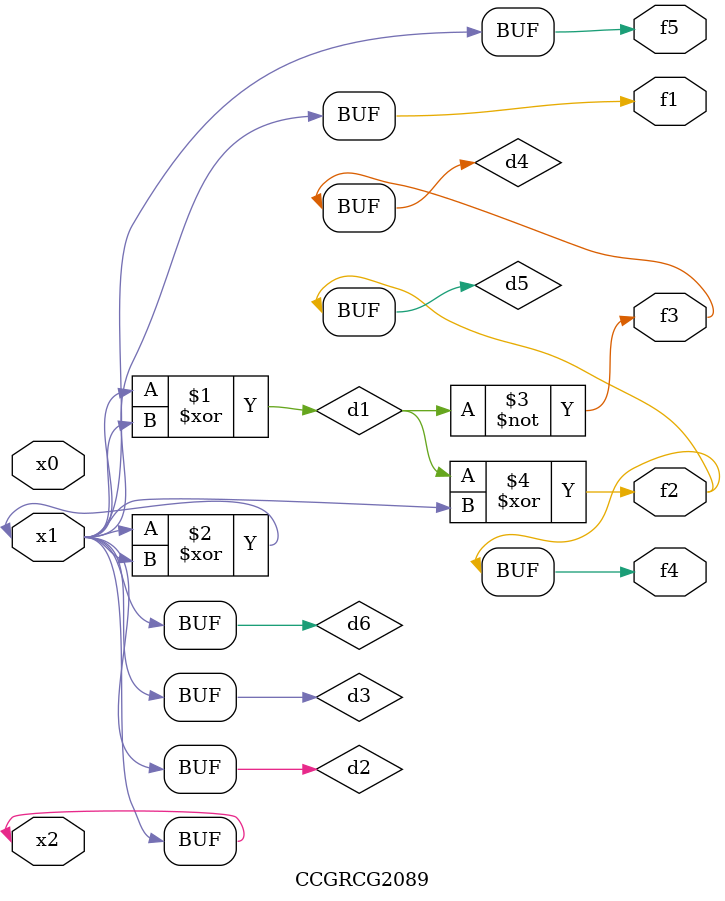
<source format=v>
module CCGRCG2089(
	input x0, x1, x2,
	output f1, f2, f3, f4, f5
);

	wire d1, d2, d3, d4, d5, d6;

	xor (d1, x1, x2);
	buf (d2, x1, x2);
	xor (d3, x1, x2);
	nor (d4, d1);
	xor (d5, d1, d2);
	buf (d6, d2, d3);
	assign f1 = d6;
	assign f2 = d5;
	assign f3 = d4;
	assign f4 = d5;
	assign f5 = d6;
endmodule

</source>
